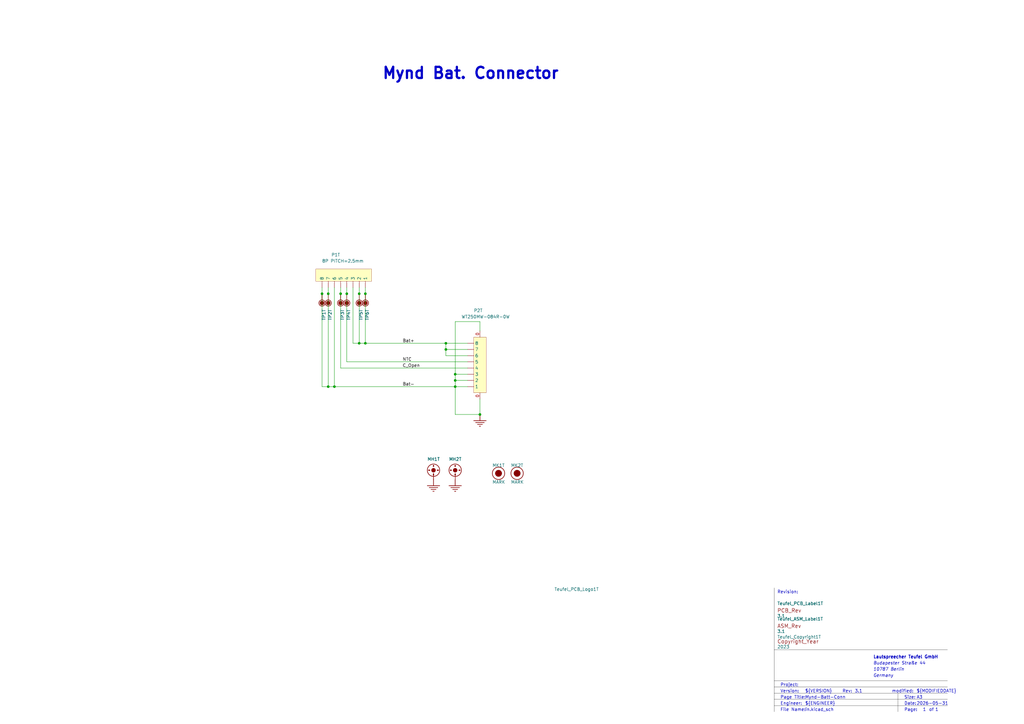
<source format=kicad_sch>
(kicad_sch (version 20231120) (generator "eeschema") (generator_version "8.0")
  (paper "A3")
  (title_block (title "Mynd-Batt-Conn") (rev "3.1"))
  (lib_symbols
    (symbol "Mynd_Batt-altium-import:GND_POWER_GROUND" (power)
      (property "Reference" "#PWR" (at 0 0 0))
      (property "Value" "GND" (at 0 6.35 0))
      (symbol "GND_POWER_GROUND_0_0"
        (polyline (pts (xy -2.54 -2.54) (xy 2.54 -2.54)) (stroke (width 0.254)))
        (polyline (pts (xy -1.778 -3.302) (xy 1.778 -3.302)) (stroke (width 0.254)))
        (polyline (pts (xy -1.016 -4.064) (xy 1.016 -4.064)) (stroke (width 0.254)))
        (polyline (pts (xy -0.254 -4.826) (xy 0.254 -4.826)) (stroke (width 0.254)))
        (polyline (pts (xy 0 0) (xy 0 -2.54)) (stroke (width 0.254)))
        (pin power_in line (at 0 0 0) (length 0) hide (name "GND") (number ""))
      )
    )
    (symbol "Mynd_Batt-altium-import:root_0_MARK"
      (symbol "root_0_MARK_1_0"
        (circle (center 0 0) (radius 1.27) (stroke (width 0.254)) (fill (type outline)))
        (circle (center 0 0) (radius 2.54) (stroke (width 0.254)))
        (pin passive line (at 1.27 0 180) (length 1.27) (name "MK_B") (number "MK_B"))
        (pin passive line (at -1.27 0 0) (length 1.27) (name "MK_T") (number "MK_T"))
      )
    )
    (symbol "Mynd_Batt-altium-import:root_0_Teufel NoLogo")
    (symbol "Mynd_Batt-altium-import:root_0_Teufel_ASM_Label"
      (symbol "root_0_Teufel_ASM_Label_1_0"
        (text "ASM_Rev" (at 0 0 0) (effects (font (size 1.524 1.524)) (justify left bottom)))
      )
    )
    (symbol "Mynd_Batt-altium-import:root_0_Teufel_Copyright"
      (symbol "root_0_Teufel_Copyright_1_0"
        (text "Copyright_Year" (at 0 0 0) (effects (font (size 1.524 1.524)) (justify left bottom)))
      )
    )
    (symbol "Mynd_Batt-altium-import:root_0_Teufel_PCB_Label"
      (symbol "root_0_Teufel_PCB_Label_1_0"
        (text "PCB_Rev" (at 0 0 0) (effects (font (size 1.524 1.524)) (justify left bottom)))
      )
    )
    (symbol "Mynd_Batt-altium-import:root_1_SCREW_HOLE"
      (symbol "root_1_SCREW_HOLE_1_0"
        (bezier (pts (xy -2.032 3.81) (xy -2.032 3.7398) (xy -1.9183 3.683) (xy -1.778 3.683)) (stroke (width 0.254)) (fill (type outline)))
        (bezier (pts (xy -1.778 3.683) (xy -1.6378 3.683) (xy -1.524 3.7398) (xy -1.524 3.81)) (stroke (width 0.254)) (fill (type outline)))
        (bezier (pts (xy -1.778 3.937) (xy -1.9183 3.937) (xy -2.032 3.8801) (xy -2.032 3.81)) (stroke (width 0.254)) (fill (type outline)))
        (bezier (pts (xy -1.524 3.81) (xy -1.524 3.8801) (xy -1.6378 3.937) (xy -1.778 3.937)) (stroke (width 0.254)) (fill (type outline)))
        (bezier (pts (xy -0.127 2.032) (xy -0.127 1.8917) (xy -0.0702 1.778) (xy 0 1.778)) (stroke (width 0.254)) (fill (type outline)))
        (bezier (pts (xy -0.127 5.588) (xy -0.127 5.4477) (xy -0.0702 5.334) (xy 0 5.334)) (stroke (width 0.254)) (fill (type outline)))
        (polyline (pts (xy -1.524 3.81) (xy -1.778 3.937) (xy -2.032 3.81) (xy -1.778 3.683) (xy -1.524 3.81)) (stroke (width -0.0001)) (fill (type outline)))
        (polyline (pts (xy 0.127 2.032) (xy 0 2.286) (xy -0.127 2.032) (xy 0 1.778) (xy 0.127 2.032)) (stroke (width -0.0001)) (fill (type outline)))
        (polyline (pts (xy 0.127 5.588) (xy 0 5.842) (xy -0.127 5.588) (xy 0 5.334) (xy 0.127 5.588)) (stroke (width -0.0001)) (fill (type outline)))
        (polyline (pts (xy 2.032 3.81) (xy 1.778 3.937) (xy 1.524 3.81) (xy 1.778 3.683) (xy 2.032 3.81)) (stroke (width -0.0001)) (fill (type outline)))
        (bezier (pts (xy 0 1.778) (xy 0.0701 1.778) (xy 0.127 1.8917) (xy 0.127 2.032)) (stroke (width 0.254)) (fill (type outline)))
        (bezier (pts (xy 0 2.286) (xy -0.0702 2.286) (xy -0.127 2.1722) (xy -0.127 2.032)) (stroke (width 0.254)) (fill (type outline)))
        (circle (center 0 3.81) (radius 0.762) (stroke (width 0.254)) (fill (type outline)))
        (circle (center 0 3.81) (radius 2.54) (stroke (width 0.254)))
        (bezier (pts (xy 0 5.334) (xy 0.0701 5.334) (xy 0.127 5.4477) (xy 0.127 5.588)) (stroke (width 0.254)) (fill (type outline)))
        (bezier (pts (xy 0 5.842) (xy -0.0702 5.842) (xy -0.127 5.7282) (xy -0.127 5.588)) (stroke (width 0.254)) (fill (type outline)))
        (bezier (pts (xy 0.127 2.032) (xy 0.127 2.1722) (xy 0.0701 2.286) (xy 0 2.286)) (stroke (width 0.254)) (fill (type outline)))
        (bezier (pts (xy 0.127 5.588) (xy 0.127 5.7282) (xy 0.0701 5.842) (xy 0 5.842)) (stroke (width 0.254)) (fill (type outline)))
        (bezier (pts (xy 1.524 3.81) (xy 1.524 3.7398) (xy 1.6377 3.683) (xy 1.778 3.683)) (stroke (width 0.254)) (fill (type outline)))
        (bezier (pts (xy 1.778 3.683) (xy 1.9182 3.683) (xy 2.032 3.7398) (xy 2.032 3.81)) (stroke (width 0.254)) (fill (type outline)))
        (bezier (pts (xy 1.778 3.937) (xy 1.6377 3.937) (xy 1.524 3.8801) (xy 1.524 3.81)) (stroke (width 0.254)) (fill (type outline)))
        (bezier (pts (xy 2.032 3.81) (xy 2.032 3.8801) (xy 1.9182 3.937) (xy 1.778 3.937)) (stroke (width 0.254)) (fill (type outline)))
        (pin passive line (at 0 0 90) (length 2.54) (name "1") (number "1"))
      )
    )
    (symbol "Mynd_Batt-altium-import:root_2_CON 8P_F"
      (symbol "root_2_CON 8P_F_1_0"
        (rectangle (start 0 22.86) (end -5.08 0) (stroke (width 0.0254) (color 128 0 0 1)) (fill (type background)))
        (pin passive line (at -2.54 -2.54 90) (length 2.54) (name "0") (number "0"))
        (pin passive line (at -2.54 25.4 270) (length 2.54) (name "0") (number "0"))
        (pin passive line (at -7.62 2.54 0) (length 2.54) (name "1") (number "1"))
        (pin passive line (at -7.62 5.08 0) (length 2.54) (name "2") (number "2"))
        (pin passive line (at -7.62 7.62 0) (length 2.54) (name "3") (number "3"))
        (pin passive line (at -7.62 10.16 0) (length 2.54) (name "4") (number "4"))
        (pin passive line (at -7.62 12.7 0) (length 2.54) (name "5") (number "5"))
        (pin passive line (at -7.62 15.24 0) (length 2.54) (name "6") (number "6"))
        (pin passive line (at -7.62 17.78 0) (length 2.54) (name "7") (number "7"))
        (pin passive line (at -7.62 20.32 0) (length 2.54) (name "8") (number "8"))
      )
    )
    (symbol "Mynd_Batt-altium-import:root_3_CON 8P"
      (symbol "root_3_CON 8P_1_0"
        (rectangle (start 0 0) (end -22.86 -5.08) (stroke (width 0.0254) (color 128 0 0 1)) (fill (type background)))
        (pin passive line (at -2.54 -7.62 90) (length 2.54) (name "1") (number "1"))
        (pin passive line (at -5.08 -7.62 90) (length 2.54) (name "2") (number "2"))
        (pin passive line (at -7.62 -7.62 90) (length 2.54) (name "3") (number "3"))
        (pin passive line (at -10.16 -7.62 90) (length 2.54) (name "4") (number "4"))
        (pin passive line (at -12.7 -7.62 90) (length 2.54) (name "5") (number "5"))
        (pin passive line (at -15.24 -7.62 90) (length 2.54) (name "6") (number "6"))
        (pin passive line (at -17.78 -7.62 90) (length 2.54) (name "7") (number "7"))
        (pin passive line (at -20.32 -7.62 90) (length 2.54) (name "8") (number "8"))
      )
    )
    (symbol "Mynd_Batt-altium-import:root_3_TP"
      (symbol "root_3_TP_1_0"
        (circle (center 0 -3.81) (radius 0.762) (stroke (width 0.254)) (fill (type outline)))
        (circle (center 0 -3.81) (radius 1.27) (stroke (width 0.254)))
        (pin passive line (at 0 0 270) (length 2.54) (name "1") (number "1"))
      )
    )
  )
  (junction (at 147.32 120.4722))
  (junction (at 147.32 140.7922))
  (junction (at 142.24 120.4722))
  (junction (at 182.88 143.3322))
  (junction (at 137.16 158.5722))
  (junction (at 132.08 120.4722))
  (junction (at 196.85 170.0022))
  (junction (at 149.86 120.4722))
  (junction (at 134.62 120.4722))
  (junction (at 186.69 158.5722))
  (junction (at 139.7 120.4722))
  (junction (at 149.86 140.7922))
  (junction (at 182.88 140.7922))
  (junction (at 134.62 158.5722))
  (junction (at 186.69 153.4922))
  (junction (at 186.69 156.0322))
  (wire (pts (xy 191.77 148.4122) (xy 142.24 148.4122)))
  (wire (pts (xy 182.88 145.8722) (xy 182.88 143.3322)))
  (wire (pts (xy 182.88 140.7922) (xy 191.77 140.7922)))
  (polyline (pts (xy 317.5 266.5222) (xy 388.62 266.5222)) (stroke (width 0.0254) (type solid) (color 0 0 0 1)))
  (wire (pts (xy 182.88 143.3322) (xy 182.88 140.7922)))
  (wire (pts (xy 137.16 117.9322) (xy 137.16 158.5722)))
  (wire (pts (xy 134.62 158.5722) (xy 134.62 120.4722)))
  (polyline (pts (xy 317.5 281.7622) (xy 388.62 281.7622)) (stroke (width 0.0254) (type solid) (color 0 0 0 1)))
  (wire (pts (xy 147.32 140.7922) (xy 149.86 140.7922)))
  (wire (pts (xy 186.69 131.9022) (xy 186.69 153.4922)))
  (wire (pts (xy 142.24 120.4722) (xy 142.24 117.9322)))
  (wire (pts (xy 182.88 140.7922) (xy 149.86 140.7922)))
  (wire (pts (xy 142.24 148.4122) (xy 142.24 120.4722)))
  (polyline (pts (xy 317.5 266.5222) (xy 317.5 241.1222)) (stroke (width 0.0254) (type solid) (color 0 0 0 1)))
  (wire (pts (xy 139.7 120.4722) (xy 139.7 117.9322)))
  (wire (pts (xy 196.85 131.9022) (xy 186.69 131.9022)))
  (wire (pts (xy 196.85 135.7122) (xy 196.85 131.9022)))
  (wire (pts (xy 182.88 143.3322) (xy 191.77 143.3322)))
  (wire (pts (xy 186.69 153.4922) (xy 186.69 156.0322)))
  (wire (pts (xy 186.69 158.5722) (xy 186.69 170.0022)))
  (polyline (pts (xy 317.5 286.8422) (xy 388.62 286.8422)) (stroke (width 0.0254) (type solid) (color 0 0 0 1)))
  (wire (pts (xy 144.78 117.9322) (xy 144.78 140.7922)))
  (polyline (pts (xy 317.5 279.2222) (xy 388.62 279.2222)) (stroke (width 0.0254) (type solid) (color 0 0 0 1)))
  (polyline (pts (xy 368.3 291.9222) (xy 368.3 284.3022)) (stroke (width 0.0254) (type solid) (color 0 0 0 1)))
  (wire (pts (xy 191.77 145.8722) (xy 182.88 145.8722)))
  (wire (pts (xy 191.77 150.9522) (xy 139.7 150.9522)))
  (wire (pts (xy 137.16 158.5722) (xy 186.69 158.5722)))
  (wire (pts (xy 186.69 156.0322) (xy 191.77 156.0322)))
  (wire (pts (xy 186.69 156.0322) (xy 186.69 158.5722)))
  (wire (pts (xy 149.86 120.4722) (xy 149.86 117.9322)))
  (wire (pts (xy 132.08 117.9322) (xy 132.08 120.4722)))
  (polyline (pts (xy 317.5 291.9222) (xy 317.5 266.5222)) (stroke (width 0.0254) (type solid) (color 0 0 0 1)))
  (wire (pts (xy 196.85 170.0022) (xy 196.85 163.6522)))
  (wire (pts (xy 132.08 120.4722) (xy 132.08 158.5722)))
  (polyline (pts (xy 317.5 284.3022) (xy 388.62 284.3022)) (stroke (width 0.0254) (type solid) (color 0 0 0 1)))
  (wire (pts (xy 186.69 170.0022) (xy 196.85 170.0022)))
  (wire (pts (xy 147.32 120.4722) (xy 147.32 117.9322)))
  (polyline (pts (xy 317.5 289.3822) (xy 388.62 289.3822)) (stroke (width 0.0254) (type solid) (color 0 0 0 1)))
  (wire (pts (xy 186.69 158.5722) (xy 191.77 158.5722)))
  (wire (pts (xy 134.62 158.5722) (xy 137.16 158.5722)))
  (wire (pts (xy 147.32 140.7922) (xy 147.32 120.4722)))
  (wire (pts (xy 144.78 140.7922) (xy 147.32 140.7922)))
  (wire (pts (xy 134.62 120.4722) (xy 134.62 117.9322)))
  (wire (pts (xy 149.86 140.7922) (xy 149.86 120.4722)))
  (wire (pts (xy 139.7 150.9522) (xy 139.7 120.4722)))
  (wire (pts (xy 186.69 153.4922) (xy 191.77 153.4922)))
  (wire (pts (xy 132.08 158.5722) (xy 134.62 158.5722)))
  (text "of" (at 381 291.9222 0) (effects (font (size 1.27 1.27)) (justify left bottom)))
  (text "Lautspreecher Teufel GmbH" (at 358.14 270.3322 0) (effects (font (size 1.27 1.27) (thickness 0.254) (bold yes)) (justify left bottom)))
  (text "Size:" (at 370.84 286.8422 0) (effects (font (size 1.27 1.27)) (justify left bottom)))
  (text "Germany" (at 358.14 277.9522 0) (effects (font (size 1.27 1.27) (italic yes)) (justify left bottom)))
  (text "Page:" (at 370.84 291.9222 0) (effects (font (size 1.27 1.27)) (justify left bottom)))
  (text "${FILENAME}" (at 330.2 291.9222 0) (effects (font (size 1.27 1.27)) (justify left bottom)))
  (text "modified:" (at 365.76 284.3022 0) (effects (font (size 1.27 1.27)) (justify left bottom)))
  (text "Revision:" (at 318.77 243.6622 0) (effects (font (size 1.27 1.27)) (justify left bottom)))
  (text "Date:" (at 370.84 289.3822 0) (effects (font (size 1.27 1.27)) (justify left bottom)))
  (text "${TITLE}" (at 330.2 286.8422 0) (effects (font (size 1.27 1.27)) (justify left bottom)))
  (text "Budapester Straße 44" (at 358.14 272.8722 0) (effects (font (size 1.27 1.27) (italic yes)) (justify left bottom)))
  (text "${REVISION}" (at 350.52 284.3022 0) (effects (font (size 1.27 1.27)) (justify left bottom)))
  (text "Page Title:" (at 320.04 286.8422 0) (effects (font (size 1.27 1.27)) (justify left bottom)))
  (text "Project:" (at 320.04 281.7622 0) (effects (font (size 1.27 1.27)) (justify left bottom)))
  (text "Engineer:" (at 320.04 289.3822 0) (effects (font (size 1.27 1.27)) (justify left bottom)))
  (text "Version:" (at 320.04 284.3022 0) (effects (font (size 1.27 1.27)) (justify left bottom)))
  (text "${VERSION}" (at 330.2 284.3022 0) (effects (font (size 1.27 1.27)) (justify left bottom)))
  (text "${MODIFIEDDATE}" (at 375.92 284.3022 0) (effects (font (size 1.27 1.27)) (justify left bottom)))
  (text "${PROJECTNAME}" (at 330.2 281.7622 0) (effects (font (size 1.27 1.27)) (justify left bottom)))
  (text "A3" (at 375.92 286.8422 0) (effects (font (size 1.27 1.27)) (justify left bottom)))
  (text "${ENGINEER}" (at 330.2 289.3822 0) (effects (font (size 1.27 1.27)) (justify left bottom)))
  (text "${##}" (at 383.54 291.9222 0) (effects (font (size 1.27 1.27)) (justify left bottom)))
  (text "${CURRENT_DATE}" (at 375.92 289.3822 0) (effects (font (size 1.27 1.27)) (justify left bottom)))
  (text "10787 Berlin" (at 358.14 275.4122 0) (effects (font (size 1.27 1.27) (italic yes)) (justify left bottom)))
  (text "Mynd Bat. Connector" (at 193.04 32.8422 0) (effects (font (size 4.572 4.572) (thickness 0.9144) (bold yes)) (justify bottom)))
  (text "Rev:" (at 345.44 284.3022 0) (effects (font (size 1.27 1.27)) (justify left bottom)))
  (text "${#}" (at 378.46 291.9222 0) (effects (font (size 1.27 1.27)) (justify left bottom)))
  (text "File Name:" (at 320.04 291.9222 0) (effects (font (size 1.27 1.27)) (justify left bottom)))
  (label "Bat+" (at 165.1 140.7922 0))
  (label "Bat-" (at 165.1 158.5722 0))
  (label "" (at 166.37 150.9522 0))
  (label "C_Open" (at 165.1 150.9522 0))
  (label "NTC" (at 165.1 148.4122 0))
  (label "" (at 170.18 140.7922 0))
  (symbol (lib_id "Mynd_Batt-altium-import:root_1_SCREW_HOLE") (at 177.8 196.6722 0) (unit 1)
    (property "Reference" "MH1T" (at 175.26 189.0522 0) (effects (justify left bottom)))
    (property "Value" "SCREW_HOLE" (effects (hide yes)))
    (property "Footprint" "SCREW_D32" (effects (hide yes)))
    (property "Description" "SCREW_HOLE D3.2mm" (effects (hide yes)))
    (property "DESIGN ITEM ID" "SCREW_HOLE" (effects (hide yes)))
  )
  (symbol (lib_id "Mynd_Batt-altium-import:root_0_Teufel_ASM_Label") (at 318.77 257.6322 0) (unit 1)
    (property "Reference" "Teufel_ASM_Label1T" (at 318.77 254.5842 0) (effects (justify left bottom)))
    (property "Value" "${ALTIUM_VALUE}" (at 318.77 259.6642 0) (effects (justify left bottom)))
    (property "Footprint" "Teufel_ASM_Rev" (effects (hide yes)))
    (property "Description" "Teufel_ASM_Rev" (effects (hide yes)))
    (property "ALTIUM_VALUE" "3.1" (effects (hide yes)))
  )
  (symbol (lib_id "Mynd_Batt-altium-import:GND_POWER_GROUND") (at 186.69 196.6722 0) (unit 1)
    (property "Reference" "#PWR?" (effects (hide yes)))
    (property "Value" "GND" (effects (hide yes)))
  )
  (symbol (lib_id "Mynd_Batt-altium-import:root_3_CON 8P") (at 152.4 110.3122 0) (unit 1)
    (property "Reference" "P1T" (at 135.89 105.2322 0) (effects (justify left bottom)))
    (property "Value" "${ALTIUM_VALUE}" (at 132.08 107.7722 0) (effects (justify left bottom)))
    (property "Footprint" "TSB1_05282" (effects (hide yes)))
    (property "Description" "SMD BTB CONNECTOR 8P P2.5mm GOLD" (effects (hide yes)))
    (property "MANUFACTURER" "Multi-Sourced" (effects (hide yes)))
    (property "SYSTEM" "Connector" (effects (hide yes)))
    (property "PART_NUMBER" "8P PITCH=2.5mm" (effects (hide yes)))
    (property "PART_TYPE" "Connector 8 Pin SMT" (effects (hide yes)))
    (property "ALTIUM_VALUE" "${PART_NUMBER}" (effects (hide yes)))
  )
  (symbol (lib_id "Mynd_Batt-altium-import:root_3_TP") (at 142.24 120.4722 0) (unit 1)
    (property "Reference" "TP4T" (at 142.24 126.8222 90) (effects (justify right top)))
    (property "Value" "TP12" (effects (hide yes)))
    (property "Footprint" "TP120" (effects (hide yes)))
    (property "Description" "Test Point" (effects (hide yes)))
    (property "DESIGN ITEM ID" "TP" (effects (hide yes)))
  )
  (symbol (lib_id "Mynd_Batt-altium-import:root_3_TP") (at 149.86 120.4722 0) (unit 1)
    (property "Reference" "TP6T" (at 149.86 126.8222 90) (effects (justify right top)))
    (property "Value" "TP12" (effects (hide yes)))
    (property "Footprint" "TP120" (effects (hide yes)))
    (property "Description" "Test Point" (effects (hide yes)))
    (property "DESIGN ITEM ID" "TP" (effects (hide yes)))
  )
  (symbol (lib_id "Mynd_Batt-altium-import:root_3_TP") (at 147.32 120.4722 0) (unit 1)
    (property "Reference" "TP5T" (at 147.32 126.8222 90) (effects (justify right top)))
    (property "Value" "TP12" (effects (hide yes)))
    (property "Footprint" "TP120" (effects (hide yes)))
    (property "Description" "Test Point" (effects (hide yes)))
    (property "DESIGN ITEM ID" "TP" (effects (hide yes)))
  )
  (symbol (lib_id "Mynd_Batt-altium-import:root_3_TP") (at 134.62 120.4722 0) (unit 1)
    (property "Reference" "TP2T" (at 134.62 126.8222 90) (effects (justify right top)))
    (property "Value" "TP12" (effects (hide yes)))
    (property "Footprint" "TP120" (effects (hide yes)))
    (property "Description" "Test Point" (effects (hide yes)))
    (property "DESIGN ITEM ID" "TP" (effects (hide yes)))
  )
  (symbol (lib_id "Mynd_Batt-altium-import:GND_POWER_GROUND") (at 196.85 170.0022 0) (unit 1)
    (property "Reference" "#PWR?" (effects (hide yes)))
    (property "Value" "GND" (effects (hide yes)))
  )
  (symbol (lib_id "Mynd_Batt-altium-import:root_3_TP") (at 139.7 120.4722 0) (unit 1)
    (property "Reference" "TP3T" (at 139.7 126.8222 90) (effects (justify right top)))
    (property "Value" "TP12" (effects (hide yes)))
    (property "Footprint" "TP120" (effects (hide yes)))
    (property "Description" "Test Point" (effects (hide yes)))
    (property "DESIGN ITEM ID" "TP" (effects (hide yes)))
  )
  (symbol (lib_id "Mynd_Batt-altium-import:root_0_MARK") (at 204.47 194.1322 0) (unit 1)
    (property "Reference" "MK1T" (at 201.93 191.5922 0) (effects (justify left bottom)))
    (property "Value" "MARK" (at 201.93 198.4502 0) (effects (justify left bottom)))
    (property "Footprint" "MARK" (effects (hide yes)))
    (property "Description" "MARK DOT" (effects (hide yes)))
    (property "DESIGN ITEM ID" "MARK" (effects (hide yes)))
  )
  (symbol (lib_id "Mynd_Batt-altium-import:root_3_TP") (at 132.08 120.4722 0) (unit 1)
    (property "Reference" "TP1T" (at 132.08 126.8222 90) (effects (justify right top)))
    (property "Value" "TP12" (effects (hide yes)))
    (property "Footprint" "TP120" (effects (hide yes)))
    (property "Description" "Test Point" (effects (hide yes)))
    (property "DESIGN ITEM ID" "TP" (effects (hide yes)))
  )
  (symbol (lib_id "Mynd_Batt-altium-import:root_0_Teufel_PCB_Label") (at 318.77 251.2822 0) (unit 1)
    (property "Reference" "Teufel_PCB_Label1T" (at 318.77 248.2342 0) (effects (justify left bottom)))
    (property "Value" "${ALTIUM_VALUE}" (at 318.77 253.3142 0) (effects (justify left bottom)))
    (property "Footprint" "Teufel_PCB_Rev" (effects (hide yes)))
    (property "Description" "Teufel_PCB_Label" (effects (hide yes)))
    (property "ALTIUM_VALUE" "3.1" (effects (hide yes)))
  )
  (symbol (lib_id "Mynd_Batt-altium-import:root_0_Teufel_Copyright") (at 318.77 263.9822 0) (unit 1)
    (property "Reference" "Teufel_Copyright1T" (at 318.77 261.9502 0) (effects (justify left bottom)))
    (property "Value" "${ALTIUM_VALUE}" (at 318.77 266.0142 0) (effects (justify left bottom)))
    (property "Footprint" "TEUFEL_COPYRIGHT" (effects (hide yes)))
    (property "Description" "Teufel_Copyright_Year" (effects (hide yes)))
    (property "ALTIUM_VALUE" "2023" (effects (hide yes)))
  )
  (symbol (lib_name "Mynd_Batt-altium-import:root_2_CON 8P_F") (lib_id "Mynd_Batt-altium-import:root_2_CON 8P_F") (at 199.39 161.1122 0) (unit 1)
    (property "Reference" "P2T" (at 194.31 128.0922 0) (effects (justify left bottom)))
    (property "Value" "${ALTIUM_VALUE}" (at 189.23 130.6322 0) (effects (justify left bottom)))
    (property "Footprint" "CON_250_SMD_H_8P" (effects (hide yes)))
    (property "Description" "SMD WTB CONNECTOR 8P P2.5mm TIN" (effects (hide yes)))
    (property "MANUFACTURER" "Multi-Sourced" (effects (hide yes)))
    (property "SYSTEM" "Connector" (effects (hide yes)))
    (property "PART_NUMBER" "WT250MW-084R-0W" (effects (hide yes)))
    (property "PART_TYPE" "Connector WTB SMT" (effects (hide yes)))
    (property "ALTIUM_VALUE" "${PART_NUMBER}" (effects (hide yes)))
  )
  (symbol (lib_id "Mynd_Batt-altium-import:GND_POWER_GROUND") (at 177.8 196.6722 0) (unit 1)
    (property "Reference" "#PWR?" (effects (hide yes)))
    (property "Value" "GND" (effects (hide yes)))
  )
  (symbol (lib_id "Mynd_Batt-altium-import:root_1_SCREW_HOLE") (at 186.69 196.6722 0) (unit 1)
    (property "Reference" "MH2T" (at 184.15 189.0522 0) (effects (justify left bottom)))
    (property "Value" "SCREW_HOLE" (effects (hide yes)))
    (property "Footprint" "SCREW_D32" (effects (hide yes)))
    (property "Description" "SCREW_HOLE D3.2mm" (effects (hide yes)))
    (property "DESIGN ITEM ID" "SCREW_HOLE" (effects (hide yes)))
  )
  (symbol (lib_id "Mynd_Batt-altium-import:root_0_Teufel NoLogo") (at 228.6 243.6622 0) (unit 1)
    (property "Reference" "Teufel_PCB_Logo1T" (at 227.33 242.3922 0) (effects (justify left bottom)))
    (property "Value" "${ALTIUM_VALUE}" (at 318.77 246.2022 0) (effects (justify left bottom)))
    (property "Footprint" "Teufel_NoLogo" (effects (hide yes)))
    (property "Description" "Teufel PCB NoLogo" (effects (hide yes)))
  )
  (symbol (lib_id "Mynd_Batt-altium-import:root_0_MARK") (at 212.09 194.1322 0) (unit 1)
    (property "Reference" "MK2T" (at 209.55 191.5922 0) (effects (justify left bottom)))
    (property "Value" "MARK" (at 209.55 198.4502 0) (effects (justify left bottom)))
    (property "Footprint" "MARK" (effects (hide yes)))
    (property "Description" "MARK DOT" (effects (hide yes)))
    (property "DESIGN ITEM ID" "MARK" (effects (hide yes)))
  )
)
</source>
